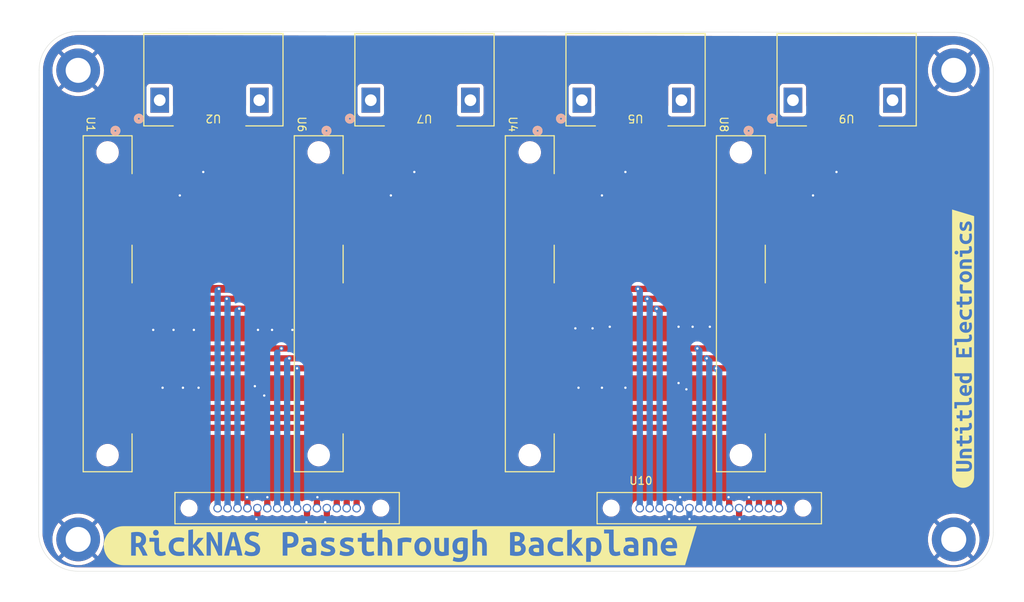
<source format=kicad_pcb>
(kicad_pcb (version 20240108) (generator "pcbnew") (generator_version "8.0")
  (layers (0 "F.Cu" signal) (31 "B.Cu" signal) (34 "B.Paste" user) (35 "F.Paste" user) (36 "B.SilkS" user "B.Silkscreen") (37 "F.SilkS" user "F.Silkscreen") (38 "B.Mask" user) (39 "F.Mask" user) (44 "Edge.Cuts" user))
  (net 0 "")
  (net 1 "+5V")
  (net 2 "+3.3V")
  (net 3 "VSS")
  (net 4 "+12V")
  (net 5 "/A+")
  (net 6 "/A-")
  (net 7 "/B-")
  (net 8 "/B+")
  (net 9 "/A1-")
  (net 10 "/A1+")
  (net 11 "/B1+")
  (net 12 "/B1-")
  (net 13 "/A2+")
  (net 14 "/B2-")
  (net 15 "/B2+")
  (net 16 "/A2-")
  (net 17 "/B3+")
  (net 18 "/B3-")
  (net 19 "/A3+")
  (net 20 "/A3-")
  (net 21 "+12P")
  (net 22 "+3.3VP")
  (net 23 "+5P")
  (footprint "UE-Connector:CONN22_877811_MOL" (layer "F.Cu") (at 148.767499 108.855025 -90)
    (property "Reference" "U4")
    (property "Value" "SATA_Combined")
  )
  (footprint "UE-Connector:CONN_67490-1220_MOL" (layer "F.Cu") (at 108.3 80.2 180)
    (property "Reference" "U2")
    (property "Value" "SATA_Data")
  )
  (footprint "kibuzzard-67B4AC38" (layer "F.Cu") (at 132.2 139.8)
    (property "Reference" "kibuzzard-67B4AC38" (hide yes))
    (property "Value" "G***" (hide yes))
  )
  (footprint "MountingHole:MountingHole_3.2mm_M3_DIN965_Pad" (layer "F.Cu") (at 91 139)
    (property "Reference" "H3" (hide yes))
    (property "Value" "MountingHole_Pad")
  )
  (footprint "UE-Connector:alim_SATA" (layer "F.Cu") (at 157.38 137)
    (property "Reference" "U10")
    (property "Value" "SATA_Power")
  )
  (footprint "UE-Connector:CONN22_877811_MOL" (layer "F.Cu") (at 94.767499 108.855025 -90)
    (property "Reference" "U1")
    (property "Value" "SATA_Combined")
  )
  (footprint "UE-Connector:CONN22_877811_MOL" (layer "F.Cu") (at 175.767499 108.855025 -90)
    (property "Reference" "U8")
    (property "Value" "SATA_Combined")
  )
  (footprint "UE-Connector:CONN_67490-1220_MOL" (layer "F.Cu") (at 135.3 80.2 180)
    (property "Reference" "U7")
    (property "Value" "SATA_Data")
  )
  (footprint "MountingHole:MountingHole_3.2mm_M3_DIN965_Pad" (layer "F.Cu") (at 203 139)
    (property "Reference" "H4" (hide yes))
    (property "Value" "MountingHole_Pad")
  )
  (footprint "UE-Connector:alim_SATA" (layer "F.Cu") (at 103.38 137)
    (property "Reference" "U3" (hide yes))
    (property "Value" "SATA_Power" (hide yes))
  )
  (footprint "UE-Connector:CONN22_877811_MOL" (layer "F.Cu") (at 121.767499 108.855025 -90)
    (property "Reference" "U6")
    (property "Value" "SATA_Combined")
  )
  (footprint "UE-Connector:CONN_67490-1220_MOL" (layer "F.Cu") (at 162.3 80.2 180)
    (property "Reference" "U5")
    (property "Value" "SATA_Data")
  )
  (footprint "MountingHole:MountingHole_3.2mm_M3_DIN965_Pad" (layer "F.Cu") (at 203 79)
    (property "Reference" "H2" (hide yes))
    (property "Value" "MountingHole_Pad")
  )
  (footprint "UE-Connector:CONN_67490-1220_MOL" (layer "F.Cu") (at 189.3 80.2 180)
    (property "Reference" "U9")
    (property "Value" "SATA_Data")
  )
  (footprint "MountingHole:MountingHole_3.2mm_M3_DIN965_Pad" (layer "F.Cu") (at 91 79)
    (property "Reference" "H1" (hide yes))
    (property "Value" "MountingHole_Pad")
  )
  (footprint "kibuzzard-67B4AC4E" (layer "F.Cu") (at 204.2 114.6 90)
    (property "Reference" "kibuzzard-67B4AC4E" (hide yes))
    (property "Value" "G***" (hide yes))
  )
  (gr_arc (start 86 79) (mid 87.464466 75.464466) (end 91 74) (stroke (width 0.05)) (layer "Edge.Cuts"))
  (gr_line (start 91 74) (end 203.064466 74.135534) (stroke (width 0.05)) (layer "Edge.Cuts"))
  (gr_line (start 85.935534 138.064466) (end 86 79) (stroke (width 0.05)) (layer "Edge.Cuts"))
  (gr_line (start 208.064466 79.135534) (end 208.064466 138.064466) (stroke (width 0.05)) (layer "Edge.Cuts"))
  (gr_line (start 203.064466 143.064466) (end 90.935534 143.064466) (stroke (width 0.05)) (layer "Edge.Cuts"))
  (gr_arc (start 90.935534 143.064466) (mid 87.4 141.6) (end 85.935534 138.064466) (stroke (width 0.05)) (layer "Edge.Cuts"))
  (gr_arc (start 208.064466 138.064466) (mid 206.6 141.6) (end 203.064466 143.064466) (stroke (width 0.05)) (layer "Edge.Cuts"))
  (gr_arc (start 203.064466 74.135534) (mid 206.6 75.6) (end 208.064466 79.135534) (stroke (width 0.05)) (layer "Edge.Cuts"))
  (segment (start 95.764699 117.110025) (end 119 117.110025) (width 0.8) (layer "F.Cu") (net 1))
  (segment (start 119 117.110025) (end 122.764699 117.110025) (width 0.8) (layer "F.Cu") (net 1))
  (segment (start 117 114.570025) (end 122.764699 114.570025) (width 0.8) (layer "F.Cu") (net 1))
  (segment (start 122.764699 117.110025) (end 122.764699 114.570025) (width 0.8) (layer "F.Cu") (net 1))
  (segment (start 95.764699 115.840025) (end 118 115.840025) (width 0.8) (layer "F.Cu") (net 1))
  (segment (start 95.764699 117.110025) (end 95.764699 114.570025) (width 1) (layer "F.Cu") (net 1))
  (segment (start 118 115.840025) (end 122.764699 115.840025) (width 0.8) (layer "F.Cu") (net 1))
  (segment (start 95.764699 114.570025) (end 117 114.570025) (width 0.8) (layer "F.Cu") (net 1))
  (via (at 118 115.840025) (size 0.6) (drill 0.3) (layers "F.Cu" "B.Cu") (net 1))
  (via (at 119 117.110025) (size 0.6) (drill 0.3) (layers "F.Cu" "B.Cu") (net 1))
  (via (at 117 114.570025) (size 0.6) (drill 0.3) (layers "F.Cu" "B.Cu") (net 1))
  (segment (start 117.73 116.110025) (end 118 115.840025) (width 0.2) (layer "B.Cu") (net 1))
  (segment (start 119 135) (end 119 117.110025) (width 0.8) (layer "B.Cu") (net 1))
  (segment (start 116.46 135) (end 116.46 115.110025) (width 0.8) (layer "B.Cu") (net 1))
  (segment (start 117.73 135) (end 117.73 116.110025) (width 0.8) (layer "B.Cu") (net 1))
  (segment (start 116.46 115.110025) (end 117 114.570025) (width 0.2) (layer "B.Cu") (net 1))
  (segment (start 95.764699 106.950014) (end 109 106.950014) (width 1) (layer "F.Cu") (net 2))
  (segment (start 95.764699 108.220025) (end 110 108.220025) (width 0.8) (layer "F.Cu") (net 2))
  (segment (start 95.764699 106.950014) (end 95.764699 109.490025) (width 1) (layer "F.Cu") (net 2))
  (segment (start 95.764699 109.490025) (end 111.6 109.490025) (width 0.8) (layer "F.Cu") (net 2))
  (segment (start 109 106.950014) (end 122.764699 106.950014) (width 1) (layer "F.Cu") (net 2))
  (segment (start 122.764699 109.490025) (end 111.6 109.490025) (width 0.8) (layer "F.Cu") (net 2))
  (segment (start 122.764699 106.950014) (end 122.764699 109.490025) (width 0.8) (layer "F.Cu") (net 2))
  (segment (start 110 108.220025) (end 122.764699 108.220025) (width 0.8) (layer "F.Cu") (net 2))
  (via (at 110 108.220025) (size 0.6) (drill 0.3) (layers "F.Cu" "B.Cu") (net 2))
  (via (at 109 106.950014) (size 0.6) (drill 0.3) (layers "F.Cu" "B.Cu") (net 2))
  (via (at 111.6 109.490025) (size 0.6) (drill 0.3) (layers "F.Cu" "B.Cu") (net 2))
  (segment (start 108.84 135) (end 108.84 107.110014) (width 0.8) (layer "B.Cu") (net 2))
  (segment (start 110.11 108.330025) (end 110 108.220025) (width 0.2) (layer "B.Cu") (net 2))
  (segment (start 110.11 135) (end 110.11 108.330025) (width 0.8) (layer "B.Cu") (net 2))
  (segment (start 111.38 109.710025) (end 111.6 109.490025) (width 0.2) (layer "B.Cu") (net 2))
  (segment (start 111.38 135) (end 111.38 109.710025) (width 0.8) (layer "B.Cu") (net 2))
  (segment (start 108.84 107.110014) (end 109 106.950014) (width 0.2) (layer "B.Cu") (net 2))
  (segment (start 104.160192 95) (end 104 95) (width 0.2) (layer "F.Cu") (net 3))
  (segment (start 107 92.160192) (end 104.160192 95) (width 0.2) (layer "F.Cu") (net 3))
  (segment (start 158.160192 95) (end 158 95) (width 0.2) (layer "F.Cu") (net 3))
  (segment (start 120.27 135) (end 120.27 136.73) (width 0.8) (layer "F.Cu") (net 3))
  (segment (start 120.27 136.73) (end 120.2 136.8) (width 0.8) (layer "F.Cu") (net 3))
  (segment (start 113.92 136.28) (end 113.8 136.4) (width 0.8) (layer "F.Cu") (net 3))
  (segment (start 112.65 133.65) (end 112.6 133.6) (width 0.8) (layer "F.Cu") (net 3))
  (segment (start 161 92.160192) (end 158.160192 95) (width 0.2) (layer "F.Cu") (net 3))
  (segment (start 122.81 136.59) (end 122.6 136.8) (width 0.8) (layer "F.Cu") (net 3))
  (segment (start 175.54 136.34) (end 175.6 136.4) (width 0.8) (layer "F.Cu") (net 3))
  (segment (start 176.81 135) (end 176.81 133.61) (width 0.8) (layer "F.Cu") (net 3))
  (segment (start 115.19 133.61) (end 115.2 133.6) (width 0.8) (layer "F.Cu") (net 3))
  (segment (start 112.65 135) (end 112.65 133.65) (width 0.8) (layer "F.Cu") (net 3))
  (segment (start 113.92 135) (end 113.92 136.28) (width 0.8) (layer "F.Cu") (net 3))
  (segment (start 121.54 133.66) (end 121.6 133.6) (width 0.8) (layer "F.Cu") (net 3))
  (segment (start 134 92) (end 134 92.160195) (width 0.2) (layer "F.Cu") (net 3))
  (segment (start 187 93.05141) (end 187 93.160192) (width 0.2) (layer "F.Cu") (net 3))
  (segment (start 107 92) (end 107 92.160192) (width 0.2) (layer "F.Cu") (net 3))
  (segment (start 175.54 135) (end 175.54 136.34) (width 0.8) (layer "F.Cu") (net 3))
  (segment (start 134 92.160195) (end 131.160195 95) (width 0.2) (layer "F.Cu") (net 3))
  (segment (start 161 92) (end 161 92.160192) (width 0.2) (layer "F.Cu") (net 3))
  (segment (start 174.27 133.67) (end 174.2 133.6) (width 0.8) (layer "F.Cu") (net 3))
  (segment (start 121.54 135) (end 121.54 133.66) (width 0.8) (layer "F.Cu") (net 3))
  (segment (start 131.160195 95) (end 131 95) (width 0.2) (layer "F.Cu") (net 3))
  (segment (start 174.27 135) (end 174.27 133.67) (width 0.8) (layer "F.Cu") (net 3))
  (segment (start 188 92) (end 187.027671 92.972329) (width 0.2) (layer "F.Cu") (net 3))
  (segment (start 187.027671 92.972329) (end 187 93.05141) (width 0.2) (layer "F.Cu") (net 3))
  (segment (start 176.81 133.61) (end 176.8 133.6) (width 0.8) (layer "F.Cu") (net 3))
  (segment (start 122.81 135) (end 122.81 136.59) (width 0.8) (layer "F.Cu") (net 3))
  (segment (start 115.19 135) (end 115.19 133.61) (width 0.8) (layer "F.Cu") (net 3))
  (segment (start 187 93.160192) (end 185.160192 95) (width 0.2) (layer "F.Cu") (net 3))
  (segment (start 185.160192 95) (end 185 95) (width 0.2) (layer "F.Cu") (net 3))
  (via (at 120.2 136.8) (size 0.6) (drill 0.3) (layers "F.Cu" "B.Cu") (net 3))
  (via (at 122.6 136.8) (size 0.6) (drill 0.3) (layers "F.Cu" "B.Cu") (net 3))
  (via (at 167.8 111.8) (size 0.6) (drill 0.3) (layers "F.Cu" "B.Cu") (net 3))
  (via (at 103.2 112.2) (size 0.6) (drill 0.3) (layers "F.Cu" "B.Cu") (net 3))
  (via (at 105.8 112.2) (size 0.6) (drill 0.3) (layers "F.Cu" "B.Cu") (net 3))
  (via (at 185 95) (size 0.6) (drill 0.3) (layers "F.Cu" "B.Cu") (net 3))
  (via (at 114 112.2) (size 0.6) (drill 0.3) (layers "F.Cu" "B.Cu") (net 3))
  (via (at 154.6 112) (size 0.6) (drill 0.3) (layers "F.Cu" "B.Cu") (net 3))
  (via (at 107 92) (size 0.6) (drill 0.3) (layers "F.Cu" "B.Cu") (net 3))
  (via (at 113.6 119.4) (size 0.6) (drill 0.3) (layers "F.Cu" "B.Cu") (net 3))
  (via (at 155 119.6) (size 0.6) (drill 0.3) (layers "F.Cu" "B.Cu") (net 3))
  (via (at 156.8 112) (size 0.6) (drill 0.3) (layers "F.Cu" "B.Cu") (net 3))
  (via (at 134 92) (size 0.6) (drill 0.3) (layers "F.Cu" "B.Cu") (net 3))
  (via (at 113.8 136.4) (size 0.6) (drill 0.3) (layers "F.Cu" "B.Cu") (net 3))
  (via (at 100.6 112.2) (size 0.6) (drill 0.3) (layers "F.Cu" "B.Cu") (net 3))
  (via (at 121.6 133.6) (size 0.6) (drill 0.3) (layers "F.Cu" "B.Cu") (net 3))
  (via (at 168.8 119.8) (size 0.6) (drill 0.3) (layers "F.Cu" "B.Cu") (net 3))
  (via (at 112.6 133.6) (size 0.6) (drill 0.3) (layers "F.Cu" "B.Cu") (net 3))
  (via (at 169.2 136.4) (size 0.6) (drill 0.3) (layers "F.Cu" "B.Cu") (net 3))
  (via (at 168 133.6) (size 0.6) (drill 0.3) (layers "F.Cu" "B.Cu") (net 3))
  (via (at 106.4 119.6) (size 0.6) (drill 0.3) (layers "F.Cu" "B.Cu") (net 3))
  (via (at 115.8 112.2) (size 0.6) (drill 0.3) (layers "F.Cu" "B.Cu") (net 3))
  (via (at 169.6 111.8) (size 0.6) (drill 0.3) (layers "F.Cu" "B.Cu") (net 3))
  (via (at 101.8 119.6) (size 0.6) (drill 0.3) (layers "F.Cu" "B.Cu") (net 3))
  (via (at 171.8 111.8) (size 0.6) (drill 0.3) (layers "F.Cu" "B.Cu") (net 3))
  (via (at 104 95) (size 0.6) (drill 0.3) (layers "F.Cu" "B.Cu") (net 3))
  (via (at 175.6 136.4) (size 0.6) (drill 0.3) (layers "F.Cu" "B.Cu") (net 3))
  (via (at 161 92) (size 0.6) (drill 0.3) (layers "F.Cu" "B.Cu") (net 3))
  (via (at 174.2 133.6) (size 0.6) (drill 0.3) (layers "F.Cu" "B.Cu") (net 3))
  (via (at 104.4 119.6) (size 0.6) (drill 0.3) (layers "F.Cu" "B.Cu") (net 3))
  (via (at 114.8 120.6) (size 0.6) (drill 0.3) (layers "F.Cu" "B.Cu") (net 3))
  (via (at 176.8 133.6) (size 0.6) (drill 0.3) (layers "F.Cu" "B.Cu") (net 3))
  (via (at 159 111.8) (size 0.6) (drill 0.3) (layers "F.Cu" "B.Cu") (net 3))
  (via (at 118.4 112.2) (size 0.6) (drill 0.3) (layers "F.Cu" "B.Cu") (net 3))
  (via (at 158 119.6) (size 0.6) (drill 0.3) (layers "F.Cu" "B.Cu") (net 3))
  (via (at 166.6 136.4) (size 0.6) (drill 0.3) (layers "F.Cu" "B.Cu") (net 3))
  (via (at 115.2 133.6) (size 0.6) (drill 0.3) (layers "F.Cu" "B.Cu") (net 3))
  (via (at 161 119.6) (size 0.6) (drill 0.3) (layers "F.Cu" "B.Cu") (net 3))
  (via (at 158 95) (size 0.6) (drill 0.3) (layers "F.Cu" "B.Cu") (net 3))
  (via (at 188 92) (size 0.6) (drill 0.3) (layers "F.Cu" "B.Cu") (net 3))
  (via (at 131 95) (size 0.6) (drill 0.3) (layers "F.Cu" "B.Cu") (net 3))
  (via (at 167.8 119) (size 0.6) (drill 0.3) (layers "F.Cu" "B.Cu") (net 3))
  (segment (start 169.19 136.39) (end 169.2 136.4) (width 0.8) (layer "B.Cu") (net 3))
  (segment (start 169.19 135) (end 169.19 136.39) (width 0.8) (layer "B.Cu") (net 3))
  (segment (start 167.92 133.68) (end 168 133.6) (width 0.8) (layer "B.Cu") (net 3))
  (segment (start 167.92 135) (end 167.92 133.68) (width 0.8) (layer "B.Cu") (net 3))
  (segment (start 166.65 136.35) (end 166.6 136.4) (width 0.8) (layer "B.Cu") (net 3))
  (segment (start 166.65 135) (end 166.65 136.35) (width 0.8) (layer "B.Cu") (net 3))
  (segment (start 124.08 126.045326) (end 122.764699 124.730025) (width 0.8) (layer "F.Cu") (net 4))
  (segment (start 126.62 135) (end 126.62 123.62) (width 0.8) (layer "F.Cu") (net 4))
  (segment (start 95.764699 123.460025) (end 122.764699 123.460025) (width 0.8) (layer "F.Cu") (net 4))
  (segment (start 95.764699 124.730025) (end 122.764699 124.730025) (width 0.8) (layer "F.Cu") (net 4))
  (segment (start 125.190025 122.190025) (end 122.764699 122.190025) (width 0.8) (layer "F.Cu") (net 4))
  (segment (start 95.764699 122.190025) (end 95.764699 124.730025) (width 1) (layer "F.Cu") (net 4))
  (segment (start 124.08 135) (end 124.08 126.045326) (width 0.8) (layer "F.Cu") (net 4))
  (segment (start 122.764699 122.190025) (end 122.764699 124.730025) (width 0.8) (layer "F.Cu") (net 4))
  (segment (start 124.810025 123.460025) (end 122.764699 123.460025) (width 0.8) (layer "F.Cu") (net 4))
  (segment (start 95.764699 122.190025) (end 122.764699 122.190025) (width 0.8) (layer "F.Cu") (net 4))
  (segment (start 125.35 135) (end 125.35 124) (width 0.8) (layer "F.Cu") (net 4))
  (segment (start 125.35 124) (end 124.810025 123.460025) (width 0.8) (layer "F.Cu") (net 4))
  (segment (start 126.62 123.62) (end 125.190025 122.190025) (width 0.8) (layer "F.Cu") (net 4))
  (segment (start 101.411399 94.634975) (end 100.527792 94.634975) (width 0.2969) (layer "F.Cu") (net 5))
  (segment (start 102.786325 93.260049) (end 101.411399 94.634975) (width 0.2969) (layer "F.Cu") (net 5))
  (segment (start 105.644951 87.2208) (end 105.260001 86.83585) (width 0.2969) (layer "F.Cu") (net 5))
  (segment (start 105.260001 86.83585) (end 105.260001 85.178499) (width 0.2969) (layer "F.Cu") (net 5))
  (segment (start 102.786327 93.047876) (end 102.468207 92.729756) (width 0.2969) (layer "F.Cu") (net 5))
  (segment (start 100.287792 94.394975) (end 100.287792 94.254699) (width 0.2969) (layer "F.Cu") (net 5))
  (segment (start 104.943295 92.870918) (end 105.084746 92.729466) (width 0.2969) (layer "F.Cu") (net 5))
  (segment (start 102.786325 93.260049) (end 102.786326 93.26005) (width 0.2969) (layer "F.Cu") (net 5))
  (segment (start 98.83175 94.250025) (end 95.764699 94.250025) (width 0.2969) (layer "F.Cu") (net 5))
  (segment (start 99.327792 94.634975) (end 99.2167 94.634975) (width 0.2969) (layer "F.Cu") (net 5))
  (segment (start 99.687792 94.254699) (end 99.687792 94.394975) (width 0.2969) (layer "F.Cu") (net 5))
  (segment (start 99.447792 94.634975) (end 99.327792 94.634975) (width 0.2969) (layer "F.Cu") (net 5))
  (segment (start 103.847204 91.987001) (end 104.130104 92.269901) (width 0.2969) (layer "F.Cu") (net 5))
  (segment (start 104.413001 92.552797) (end 104.731122 92.870918) (width 0.2969) (layer "F.Cu") (net 5))
  (segment (start 104.908076 91.138298) (end 105.644951 90.401423) (width 0.2969) (layer "F.Cu") (net 5))
  (segment (start 105.084746 92.517293) (end 104.766625 92.199172) (width 0.2969) (layer "F.Cu") (net 5))
  (segment (start 103.529083 91.66888) (end 103.847204 91.987001) (width 0.2969) (layer "F.Cu") (net 5))
  (segment (start 102.468206 91.810332) (end 102.609659 91.66888) (width 0.2969) (layer "F.Cu") (net 5))
  (segment (start 104.130101 92.269898) (end 104.236188 92.375984) (width 0.2969) (layer "F.Cu") (net 5))
  (segment (start 104.130104 92.269901) (end 104.130101 92.269898) (width 0.2969) (layer "F.Cu") (net 5))
  (segment (start 104.766625 91.279747) (end 104.908076 91.138298) (width 0.2969) (layer "F.Cu") (net 5))
  (segment (start 105.644951 90.401423) (end 105.644951 87.2208) (width 0.2969) (layer "F.Cu") (net 5))
  (segment (start 100.047792 94.014699) (end 99.927792 94.014699) (width 0.2969) (layer "F.Cu") (net 5))
  (segment (start 99.2167 94.634975) (end 98.83175 94.250025) (width 0.2969) (layer "F.Cu") (net 5))
  (segment (start 104.236188 92.375984) (end 104.413001 92.552797) (width 0.2969) (layer "F.Cu") (net 5))
  (arc (start 104.766625 92.199172) (mid 104.576205 91.73946) (end 104.766625 91.279747) (width 0.2969) (layer "F.Cu") (net 5))
  (arc (start 102.786326 93.26005) (mid 102.830268 93.153964) (end 102.786327 93.047876) (width 0.2969) (layer "F.Cu") (net 5))
  (arc (start 102.468207 92.729756) (mid 102.277788 92.270043) (end 102.468206 91.810332) (width 0.2969) (layer "F.Cu") (net 5))
  (arc (start 99.687792 94.394975) (mid 99.617498 94.564681) (end 99.447792 94.634975) (width 0.2969) (layer "F.Cu") (net 5))
  (arc (start 105.084746 92.729466) (mid 105.128689 92.623379) (end 105.084746 92.517293) (width 0.2969) (layer "F.Cu") (net 5))
  (arc (start 104.731122 92.870918) (mid 104.837209 92.91486) (end 104.943295 92.870918) (width 0.2969) (layer "F.Cu") (net 5))
  (arc (start 100.527792 94.634975) (mid 100.358086 94.564681) (end 100.287792 94.394975) (width 0.2969) (layer "F.Cu") (net 5))
  (arc (start 100.287792 94.254699) (mid 100.217498 94.084993) (end 100.047792 94.014699) (width 0.2969) (layer "F.Cu") (net 5))
  (arc (start 99.927792 94.014699) (mid 99.758086 94.084993) (end 99.687792 94.254699) (width 0.2969) (layer "F.Cu") (net 5))
  (arc (start 102.609659 91.66888) (mid 103.06937 91.478462) (end 103.529083 91.66888) (width 0.2969) (layer "F.Cu") (net 5))
  (segment (start 98.83175 95.520025) (end 99.2167 95.135075) (width 0.2969) (layer "F.Cu") (net 6))
  (segment (start 105.29692 93.224544) (end 105.438371 93.083092) (width 0.2969) (layer "F.Cu") (net 6))
  (segment (start 106.145051 87.2208) (end 106.530001 86.83585) (width 0.2969) (layer "F.Cu") (net 6))
  (segment (start 106.145051 90.608575) (end 106.145051 87.2208) (width 0.2969) (layer "F.Cu") (net 6))
  (segment (start 101.618551 95.135075) (end 103.139951 93.613675) (width 0.2969) (layer "F.Cu") (net 6))
  (segment (start 105.12025 91.633373) (end 105.261701 91.491923) (width 0.2969) (layer "F.Cu") (net 6))
  (segment (start 103.175456 92.022506) (end 103.493577 92.340627) (width 0.2969) (layer "F.Cu") (net 6))
  (segment (start 103.139951 92.694251) (end 102.821831 92.376131) (width 0.2969) (layer "F.Cu") (net 6))
  (segment (start 103.882562 92.72961) (end 104.059375 92.906423) (width 0.2969) (layer "F.Cu") (net 6))
  (segment (start 99.2167 95.135075) (end 101.618551 95.135075) (width 0.2969) (layer "F.Cu") (net 6))
  (segment (start 95.764699 95.520025) (end 98.83175 95.520025) (width 0.2969) (layer "F.Cu") (net 6))
  (segment (start 103.493577 92.340627) (end 103.776477 92.623527) (width 0.2969) (layer "F.Cu") (net 6))
  (segment (start 105.438371 92.163668) (end 105.12025 91.845547) (width 0.2969) (layer "F.Cu") (net 6))
  (segment (start 103.776477 92.623527) (end 103.776476 92.623523) (width 0.2969) (layer "F.Cu") (net 6))
  (segment (start 105.261701 91.491923) (end 106.145051 90.608575) (width 0.2969) (layer "F.Cu") (net 6))
  (segment (start 104.059375 92.906423) (end 104.377496 93.224544) (width 0.2969) (layer "F.Cu") (net 6))
  (segment (start 106.530001 86.83585) (end 106.530001 85.178499) (width 0.2969) (layer "F.Cu") (net 6))
  (segment (start 103.776476 92.623523) (end 103.882562 92.72961) (width 0.2969) (layer "F.Cu") (net 6))
  (segment (start 102.821831 92.163957) (end 102.963284 92.022505) (width 0.2969) (layer "F.Cu") (net 6))
  (arc (start 105.12025 91.845547) (mid 105.076307 91.73946) (end 105.12025 91.633373) (width 0.2969) (layer "F.Cu") (net 6))
  (arc (start 103.139951 93.613675) (mid 103.330371 93.153962) (end 103.139951 92.694251) (width 0.2969) (layer "F.Cu") (net 6))
  (arc (start 105.438371 93.083092) (mid 105.62879 92.62338) (end 105.438371 92.163668) (width 0.2969) (layer "F.Cu") (net 6))
  (arc (start 102.963284 92.022505) (mid 103.069371 91.978562) (end 103.175456 92.022506) (width 0.2969) (layer "F.Cu") (net 6))
  (arc (start 102.821831 92.376131) (mid 102.777888 92.270044) (end 102.821831 92.163957) (width 0.2969) (layer "F.Cu") (net 6))
  (arc (start 104.377496 93.224544) (mid 104.837208 93.414963) (end 105.29692 93.224544) (width 0.2969) (layer "F.Cu") (net 6))
  (segment (start 109.074653 89.760992) (end 109.214951 89.760992) (width 0.2969) (layer "F.Cu") (net 7))
  (segment (start 109.454951 90.000992) (end 109.454951 90.120992) (width 0.2969) (layer "F.Cu") (net 7))
  (segment (start 109.070001 86.83585) (end 109.454951 87.2208) (width 0.2969) (layer "F.Cu") (net 7))
  (segment (start 99.2167 98.444975) (end 98.83175 98.060025) (width 0.2969) (layer "F.Cu") (net 7))
  (segment (start 109.070001 85.178499) (end 109.070001 86.83585) (width 0.2969) (layer "F.Cu") (net 7))
  (segment (start 108.834653 89.400992) (end 108.834653 89.520992) (width 0.2969) (layer "F.Cu") (net 7))
  (segment (start 109.454951 87.2208) (end 109.454951 88.920992) (width 0.2969) (layer "F.Cu") (net 7))
  (segment (start 102.101399 98.444975) (end 99.2167 98.444975) (width 0.2969) (layer "F.Cu") (net 7))
  (segment (start 98.83175 98.060025) (end 95.764699 98.060025) (width 0.2969) (layer "F.Cu") (net 7))
  (segment (start 109.214951 89.160992) (end 109.074653 89.160992) (width 0.2969) (layer "F.Cu") (net 7))
  (segment (start 109.454951 90.120992) (end 109.454951 91.091423) (width 0.2969) (layer "F.Cu") (net 7))
  (segment (start 109.454951 91.091423) (end 106.620914 93.92546) (width 0.2969) (layer "F.Cu") (net 7))
  (segment (start 106.620914 93.92546) (end 102.101399 98.444975) (width 0.2969) (layer "F.Cu") (net 7))
  (arc (start 109.214951 89.760992) (mid 109.384657 89.831286) (end 109.454951 90.000992) (width 0.2969) (layer "F.Cu") (net 7))
  (arc (start 108.834653 89.520992) (mid 108.904947 89.690698) (end 109.074653 89.760992) (width 0.2969) (layer "F.Cu") (net 7))
  (arc (start 109.454951 88.920992) (mid 109.384657 89.090698) (end 109.214951 89.160992) (width 0.2969) (layer "F.Cu") (net 7))
  (arc (start 109.074653 89.160992) (mid 108.904947 89.231286) (end 108.834653 89.400992) (width 0.2969) (layer "F.Cu") (net 7))
  (segment (start 109.955051 91.298575) (end 109.955051 87.2208) (width 0.2969) (layer "F.Cu") (net 8))
  (segment (start 98.83175 99.330025) (end 99.2167 98.945075) (width 0.2969) (layer "F.Cu") (net 8))
  (segment (start 109.955051 87.2208) (end 110.340001 86.83585) (width 0.2969) (layer "F.Cu") (net 8))
  (segment (start 95.764699 99.330025) (end 98.83175 99.330025) (width 0.2969) (layer "F.Cu") (net 8))
  (segment (start 110.340001 86.83585) (end 110.340001 85.178499) (width 0.2969) (layer "F.Cu") (net 8))
  (segment (start 99.2167 98.945075) (end 102.308551 98.945075) (width 0.2969) (layer "F.Cu") (net 8))
  (segment (start 102.308551 98.945075) (end 109.955051 91.298575) (width 0.2969) (layer "F.Cu") (net 8))
  (segment (start 152.83175 95.520025) (end 153.2167 95.135075) (width 0.2969) (layer "F.Cu") (net 9))
  (segment (start 159.438371 92.163668) (end 159.12025 91.845547) (width 0.2969) (layer "F.Cu") (net 9))
  (segment (start 160.145051 87.2208) (end 160.530001 86.83585) (width 0.2969) (layer "F.Cu") (net 9))
  (segment (start 157.175456 92.022506) (end 157.493577 92.340627) (width 0.2969) (layer "F.Cu") (net 9))
  (segment (start 160.530001 86.83585) (end 160.530001 85.178499) (width 0.2969) (layer "F.Cu") (net 9))
  (segment (start 158.059375 92.906423) (end 158.377496 93.224544) (width 0.2969) (layer "F.Cu") (net 9))
  (segment (start 153.2167 95.135075) (end 155.618551 95.135075) (width 0.2969) (layer "F.Cu") (net 9))
  (segment (start 157.882562 92.72961) (end 158.059375 92.906423) (width 0.2969) (layer "F.Cu") (net 9))
  (segment (start 159.261701 91.491923) (end 160.145051 90.608575) (width 0.2969) (layer "F.Cu") (net 9))
  (segment (start 157.139951 92.694251) (end 156.821831 92.376131) (width 0.2969) (layer "F.Cu") (net 9))
  (segment (start 159.12025 91.633373) (end 159.261701 91.491923) (width 0.2969) (layer "F.Cu") (net 9))
  (segment (start 160.145051 90.608575) (end 160.145051 87.2208) (width 0.2969) (layer "F.Cu") (net 9))
  (segment (start 159.29692 93.224544) (end 159.438371 93.083092) (width 0.2969) (layer "F.Cu") (net 9))
  (segment (start 157.776476 92.623523) (end 157.882562 92.72961) (width 0.2969) (layer "F.Cu") (net 9))
  (segment (start 157.493577 92.340627) (end 157.776477 92.623527) (width 0.2969) (layer "F.Cu") (net 9))
  (segment (start 149.764699 95.520025) (end 152.83175 95.520025) (width 0.2969) (layer "F.Cu") (net 9))
  (segment (start 155.618551 95.135075) (end 157.139951 93.613675) (width 0.2969) (layer "F.Cu") (net 9))
  (segment (start 157.776477 92.623527) (end 157.776476 92.623523) (width 0.2969) (layer "F.Cu") (net 9))
  (segment (start 156.821831 92.163957) (end 156.963284 92.022505) (width 0.2969) (layer "F.Cu") (net 9))
  (arc (start 157.139951 93.613675) (mid 157.330371 93.153962) (end 157.139951 92.694251) (width 0.2969) (layer "F.Cu") (net 9))
  (arc (start 159.12025 91.845547) (mid 159.076307 91.73946) (end 159.12025 91.633373) (width 0.2969) (layer "F.Cu") (net 9))
  (arc (start 158.377496 93.224544) (mid 158.837208 93.414963) (end 159.29692 93.224544) (width 0.2969) (layer "F.Cu") (net 9))
  (arc (start 156.821831 92.376131) (mid 156.777888 92.270044) (end 156.821831 92.163957) (width 0.2969) (layer "F.Cu") (net 9))
  (arc (start 159.438371 93.083092) (mid 159.62879 92.62338) (end 159.438371 92.163668) (width 0.2969) (layer "F.Cu") (net 9))
  (arc (start 156.963284 92.022505) (mid 157.069371 91.978562) (end 157.175456 92.022506) (width 0.2969) (layer "F.Cu") (net 9))
  (segment (start 152.83175 94.250025) (end 149.764699 94.250025) (width 0.2969) (layer "F.Cu") (net 10))
  (segment (start 158.236188 92.375984) (end 158.413001 92.552797) (width 0.2969) (layer "F.Cu") (net 10))
  (segment (start 156.786327 93.047876) (end 156.468207 92.729756) (width 0.2969) (layer "F.Cu") (net 10))
  (segment (start 153.687792 94.254699) (end 153.687792 94.394975) (width 0.2969) (layer "F.Cu") (net 10))
  (segment (start 153.2167 94.634975) (end 152.83175 94.250025) (width 0.2969) (layer "F.Cu") (net 10))
  (segment (start 154.287792 94.394975) (end 154.287792 94.254699) (width 0.2969) (layer "F.Cu") (net 10))
  (segment (start 159.260001 86.83585) (end 159.260001 85.178499) (width 0.2969) (layer "F.Cu") (net 10))
  (segment (start 158.943295 92.870918) (end 159.084746 92.729466) (width 0.2969) (layer "F.Cu") (net 10))
  (segment (start 159.084746 92.517293) (end 158.766625 92.199172) (width 0.2969) (layer "F.Cu") (net 10))
  (segment (start 158.413001 92.552797) (end 158.731122 92.870918) (width 0.2969) (layer "F.Cu") (net 10))
  (segment (start 158.130104 92.269901) (end 158.130101 92.269898) (width 0.2969) (layer "F.Cu") (net 10))
  (segment (start 156.468206 91.810332) (end 156.609659 91.66888) (width 0.2969) (layer "F.Cu") (net 10))
  (segment (start 155.411399 94.634975) (end 154.527792 94.634975) (width 0.2969) (layer "F.Cu") (net 10))
  (segment (start 153.327792 94.634975) (end 153.2167 94.634975) (width 0.2969) (layer "F.Cu") (net 10))
  (segment (start 157.529083 91.66888) (end 157.847204 91.987001) (width 0.2969) (layer "F.Cu") (net 10))
  (segment (start 159.644951 90.401423) (end 159.644951 87.2208) (width 0.2969) (layer "F.Cu") (net 10))
  (segment (start 154.047792 94.014699) (end 153.927792 94.014699) (width 0.2969) (layer "F.Cu") (net 10))
  (segment (start 156.786325 93.260049) (end 156.786326 93.26005) (width 0.2969) (layer "F.Cu") (net 10))
  (segment (start 156.786325 93.260049) (end 155.411399 94.634975) (width 0.2969) (layer "F.Cu") (net 10))
  (segment (start 158.130101 92.269898) (end 158.236188 92.375984) (width 0.2969) (layer "F.Cu") (net 10))
  (segment (start 158.766625 91.279747) (end 158.908076 91.138298) (width 0.2969) (layer "F.Cu") (net 10))
  (segment (start 159.644951 87.2208) (end 159.260001 86.83585) (width 0.2969) (layer "F.Cu") (net 10))
  (segment (start 153.447792 94.634975) (end 153.327792 94.634975) (width 0.2969) (layer "F.Cu") (net 10))
  (segment (start 158.908076 91.138298) (end 159.644951 90.401423) (width 0.2969) (layer "F.Cu") (net 10))
  (segment (start 157.847204 91.987001) (end 158.130104 92.269901) (width 0.2969) (layer "F.Cu") (net 10))
  (arc (start 153.927792 94.014699) (mid 153.758086 94.084993) (end 153.687792 94.254699) (width 0.2969) (layer "F.Cu") (net 10))
  (arc (start 153.687792 94.394975) (mid 153.617498 94.564681) (end 153.447792 94.634975) (width 0.2969) (layer "F.Cu") (net 10))
  (arc (start 158.766625 92.199172) (mid 158.576205 91.73946) (end 158.766625 91.279747) (width 0.2969) (layer "F.Cu") (net 10))
  (arc (start 156.609659 91.66888) (mid 157.06937 91.478462) (end 157.529083 91.66888) (width 0.2969) (layer "F.Cu") (net 10))
  (arc (start 158.731122 92.870918) (mid 158.837209 92.91486) (end 158.943295 92.870918) (width 0.2969) (layer "F.Cu") (net 10))
  (arc (start 156.786326 93.26005) (mid 156.830268 93.153964) (end 156.786327 93.047876) (width 0.2969) (layer "F.Cu") (net 10))
  (arc (start 156.468207 92.729756) (mid 156.277788 92.270043) (end 156.468206 91.810332) (width 0.2969) (layer "F.Cu") (net 10))
  (arc (start 154.287792 94.254699) (mid 154.217498 94.084993) (end 154.047792 94.014699) (width 0.2969) (layer "F.Cu") (net 10))
  (arc (start 154.527792 94.634975) (mid 154.358086 94.564681) (end 154.287792 94.394975) (width 0.2969) (layer "F.Cu") (net 10))
  (arc (start 159.084746 92.729466) (mid 159.128689 92.623379) (end 159.084746 92.517293) (width 0.2969) (layer "F.Cu") (net 10))
  (segment (start 149.764699 99.330025) (end 152.83175 99.330025) (width 0.2969) (layer "F.Cu") (net 11))
  (segment (start 156.308551 98.945075) (end 163.955051 91.298575) (width 0.2969) (layer "F.Cu") (net 11))
  (segment (start 152.83175 99.330025) (end 153.2167 98.945075) (width 0.2969) (layer "F.Cu") (net 11))
  (segment (start 153.2167 98.945075) (end 156.308551 98.945075) (width 0.2969) (layer "F.Cu") (net 11))
  (segment (start 163.955051 91.298575) (end 163.955051 87.2208) (width 0.2969) (layer "F.Cu") (net 11))
  (segment (start 164.340001 86.83585) (end 164.340001 85.178499) (width 0.2969) (layer "F.Cu") (net 11))
  (segment (start 163.955051 87.2208) (end 164.340001 86.83585) (width 0.2969) (layer "F.Cu") (net 11))
  (segment (start 156.101399 98.444975) (end 153.2167 98.444975) (width 0.2969) (layer "F.Cu") (net 12))
  (segment (start 163.454951 91.091423) (end 160.620914 93.92546) (width 0.2969) (layer "F.Cu") (net 12))
  (segment (start 163.454951 87.2208) (end 163.454951 88.920992) (width 0.2969) (layer "F.Cu") (net 12))
  (segment (start 162.834653 89.400992) (end 162.834653 89.520992) (width 0.2969) (layer "F.Cu") (net 12))
  (segment (start 153.2167 98.444975) (end 152.83175 98.060025) (width 0.2969) (layer "F.Cu") (net 12))
  (segment (start 163.454951 90.120992) (end 163.454951 91.091423) (width 0.2969) (layer "F.Cu") (net 12))
  (segment (start 163.074653 89.760992) (end 163.214951 89.760992) (width 0.2969) (layer "F.Cu") (net 12))
  (segment (start 163.454951 90.000992) (end 163.454951 90.120992) (width 0.2969) (layer "F.Cu") (net 12))
  (segment (start 152.83175 98.060025) (end 149.764699 98.060025) (width 0.2969) (layer "F.Cu") (net 12))
  (segment (start 163.070001 86.83585) (end 163.454951 87.2208) (width 0.2969) (layer "F.Cu") (net 12))
  (segment (start 163.214951 89.160992) (end 163.074653 89.160992) (width 0.2969) (layer "F.Cu") (net 12))
  (segment (start 163.070001 85.178499) (end 163.070001 86.83585) (width 0.2969) (layer "F.Cu") (net 12))
  (segment (start 160.620914 93.92546) (end 156.101399 98.444975) (width 0.2969) (layer "F.Cu") (net 12))
  (arc (start 163.454951 88.920992) (mid 163.384657 89.090698) (end 163.214951 89.160992) (width 0.2969) (layer "F.Cu") (net 12))
  (arc (start 163.074653 89.160992) (mid 162.904947 89.231286) (end 162.834653 89.400992) (width 0.2969) (layer "F.Cu") (net 12))
  (arc (start 162.834653 89.520992) (mid 162.904947 89.690698) (end 163.074653 89.760992) (width 0.2969) (layer "F.Cu") (net 12))
  (arc (start 163.214951 89.760992) (mid 163.384657 89.831286) (end 163.454951 90.000992) (width 0.2969) (layer "F.Cu") (net 12))
  (segment (start 129.786325 93.260049) (end 129.786326 93.26005) (width 0.2969) (layer "F.Cu") (net 13))
  (segment (start 131.766625 91.279747) (end 131.908076 91.138298) (width 0.2969) (layer "F.Cu") (net 13))
  (segment (start 126.447792 94.634975) (end 126.327792 94.634975) (width 0.2969) (layer "F.Cu") (net 13))
  (segment (start 129.786325 93.260049) (end 128.411399 94.634975) (width 0.2969) (layer "F.Cu") (net 13))
  (segment (start 126.327792 94.634975) (end 126.2167 94.634975) (width 0.2969) (layer "F.Cu") (net 13))
  (segment (start 132.644951 90.401423) (end 132.644951 87.2208) (width 0.2969) (layer "F.Cu") (net 13))
  (segment (start 132.260001 86.83585) (end 132.260001 85.178499) (width 0.2969) (layer "F.Cu") (net 13))
  (segment (start 132.084746 92.517293) (end 131.766625 92.199172) (width 0.2969) (layer "F.Cu") (net 13))
  (segment (start 131.908076 91.138298) (end 132.644951 90.401423) (width 0.2969) (layer "F.Cu") (net 13))
  (segment (start 131.413001 92.552797) (end 131.731122 92.870918) (width 0.2969) (layer "F.Cu") (net 13))
  (segment (start 126.2167 94.634975) (end 125.83175 94.250025) (width 0.2969) (layer "F.Cu") (net 13))
  (segment (start 131.236188 92.375984) (end 131.413001 92.552797) (width 0.2969) (layer "F.Cu") (net 13))
  (segment (start 131.943295 92.870918) (end 132.084746 92.729466) (width 0.2969) (layer "F.Cu") (net 13))
  (segment (start 129.468206 91.810332) (end 129.609659 91.66888) (width 0.2969) (layer "F.Cu") (net 13))
  (segment (start 132.644951 87.2208) (end 132.260001 86.83585) (width 0.2969) (layer "F.Cu") (net 13))
  (segment (start 127.047792 94.014699) (end 126.927792 94.014699) (width 0.2969) (layer "F.Cu") (net 13))
  (segment (start 129.786327 93.047876) (end 129.468207 92.729756) (width 0.2969) (layer "F.Cu") (net 13))
  (segment (start 125.83175 94.250025) (end 122.764699 94.250025) (width 0.2969) (layer "F.Cu") (net 13))
  (segment (start 131.130104 92.269901) (end 131.130101 92.269898) (width 0.2969) (layer "F.Cu") (net 13))
  (segment (start 127.287792 94.394975) (end 127.287792 94.254699) (width 0.2969) (layer "F.Cu") (net 13))
  (segment (start 126.687792 94.254699) (end 126.687792 94.394975) (width 0.2969) (layer "F.Cu") (net 13))
  (segment (start 128.411399 94.634975) (end 127.527792 94.634975) (width 0.2969) (layer "F.Cu") (net 13))
  (segment (start 130.529083 91.66888) (end 130.847204 91.987001) (width 0.2969) (layer "F.Cu") (net 13))
  (segment (start 131.130101 92.269898) (end 131.236188 92.375984) (width 0.2969) (layer "F.Cu") (net 13))
  (segment (start 130.847204 91.987001) (end 131.130104 92.269901) (width 0.2969) (layer "F.Cu") (net 13))
  (arc (start 129.609659 91.66888) (mid 130.06937 91.478462) (end 130.529083 91.66888) (width 0.2969) (layer "F.Cu") (net 13))
  (arc (start 129.468207 92.729756) (mid 129.277788 92.270043) (end 129.468206 91.810332) (width 0.2969) (layer "F.Cu") (net 13))
  (arc (start 132.084746 92.729466) (mid 132.128689 92.623379) (end 132.084746 92.517293) (width 0.2969) (layer "F.Cu") (net 13))
  (arc (start 131.766625 92.199172) (mid 131.576205 91.73946) (end 131.766625 91.279747) (width 0.2969) (layer "F.Cu") (net 13))
  (arc (start 127.287792 94.254699) (mid 127.217498 94.084993) (end 127.047792 94.014699) (width 0.2969) (layer "F.Cu") (net 13))
  (arc (start 127.527792 94.634975) (mid 127.358086 94.564681) (end 127.287792 94.394975) (width 0.2969) (layer "F.Cu") (net 13))
  (arc (start 131.731122 92.870918) (mid 131.837209 92.91486) (end 131.943295 92.870918) (width 0.2969) (layer "F.Cu") (net 13))
  (arc (start 126.687792 94.394975) (mid 126.617498 94.564681) (end 126.447792 94.634975) (width 0.2969) (layer "F.Cu") (net 13))
  (arc (start 129.786326 93.26005) (mid 129.830268 93.153964) (end 129.786327 93.047876) (width 0.2969) (layer "F.Cu") (net 13))
  (arc (start 126.927792 94.014699) (mid 126.758086 94.084993) (end 126.687792 94.254699) (width 0.2969) (layer "F.Cu") (net 13))
  (segment (start 136.070001 86.83585) (end 136.454951 87.2208) (width 0.2969) (layer "F.Cu") (net 14))
  (segment (start 129.101399 98.444975) (end 126.2167 98.444975) (width 0.2969) (layer "F.Cu") (net 14))
  (segment (start 136.454951 90.120992) (end 136.454951 91.091423) (width 0.2969) (layer "F.Cu") (net 14))
  (segment (start 136.454951 87.2208) (end 136.454951 88.920992) (width 0.2969) (layer "F.Cu") (net 14))
  (segment (start 135.834653 89.400992) (end 135.834653 89.520992) (width 0.2969) (layer "F.Cu") (net 14))
  (segment (start 133.620914 93.92546) (end 129.101399 98.444975) (width 0.2969) (layer "F.Cu") (net 14))
  (segment (start 125.83175 98.060025) (end 122.764699 98.060025) (width 0.2969) (layer "F.Cu") (net 14))
  (segment (start 136.070001 85.178499) (end 136.070001 86.83585) (width 0.2969) (layer "F.Cu") (net 14))
  (segment (start 126.2167 98.444975) (end 125.83175 98.060025) (width 0.2969) (layer "F.Cu") (net 14))
  (segment (start 136.454951 91.091423) (end 133.620914 93.92546) (width 0.2969) (layer "F.Cu") (net 14))
  (segment (start 136.074653 89.760992) (end 136.214951 89.760992) (width 0.2969) (layer "F.Cu") (net 14))
  (segment (start 136.214951 89.160992) (end 136.074653 89.160992) (width 0.2969) (layer "F.Cu") (net 14))
  (segment (start 136.454951 90.000992) (end 136.454951 90.120992) (width 0.2969) (layer "F.Cu") (net 14))
  (arc (start 135.834653 89.520992) (mid 135.904947 89.690698) (end 136.074653 89.760992) (width 0.2969) (layer "F.Cu") (net 14))
  (arc (start 136.214951 89.760992) (mid 136.384657 89.831286) (end 136.454951 90.000992) (width 0.2969) (layer "F.Cu") (net 14))
  (arc (start 136.074653 89.160992) (mid 135.904947 89.231286) (end 135.834653 89.400992) (width 0.2969) (layer "F.Cu") (net 14))
  (arc (start 136.454951 88.920992) (mid 136.384657 89.090698) (end 136.214951 89.160992) (width 0.2969) (layer "F.Cu") (net 14))
  (segment (start 136.955051 91.298575) (end 136.955051 87.2208) (width 0.2969) (layer "F.Cu") (net 15))
  (segment (start 125.83175 99.330025) (end 126.2167 98.945075) (width 0.2969) (layer "F.Cu") (net 15))
  (segment (start 129.308551 98.945075) (end 136.955051 91.298575) (width 0.2969) (layer "F.Cu") (net 15))
  (segment (start 122.764699 99.330025) (end 125.83175 99.330025) (width 0.2969) (layer "F.Cu") (net 15))
  (segment (start 137.340001 86.83585) (end 137.340001 85.178499) (width 0.2969) (layer "F.Cu") (net 15))
  (segment (start 126.2167 98.945075) (end 129.308551 98.945075) (width 0.2969) (layer "F.Cu") (net 15))
  (segment (start 136.955051 87.2208) (end 137.340001 86.83585) (width 0.2969) (layer "F.Cu") (net 15))
  (segment (start 129.821831 92.163957) (end 129.963284 92.022505) (width 0.2969) (layer "F.Cu") (net 16))
  (segment (start 132.261701 91.491923) (end 133.145051 90.608575) (width 0.2969) (layer "F.Cu") (net 16))
  (segment (start 131.059375 92.906423) (end 131.377496 93.224544) (width 0.2969) (layer "F.Cu") (net 16))
  (segment (start 132.29692 93.224544) (end 132.438371 93.083092) (width 0.2969) (layer "F.Cu") (net 16))
  (segment (start 130.139951 92.694251) (end 129.821831 92.376131) (width 0.2969) (layer "F.Cu") (net 16))
  (segment (start 130.776476 92.623523) (end 130.882562 92.72961) (width 0.2969) (layer "F.Cu") (net 16))
  (segment (start 125.83175 95.520025) (end 126.2167 95.135075) (width 0.2969) (layer "F.Cu") (net 16))
  (segment (start 130.776477 92.623527) (end 130.776476 92.623523) (width 0.2969) (layer "F.Cu") (net 16))
  (segment (start 132.438371 92.163668) (end 132.12025 91.845547) (width 0.2969) (layer "F.Cu") (net 16))
  (segment (start 130.175456 92.022506) (end 130.493577 92.340627) (width 0.2969) (layer "F.Cu") (net 16))
  (segment (start 128.618551 95.135075) (end 130.139951 93.613675) (width 0.2969) (layer "F.Cu") (net 16))
  (segment (start 126.2167 95.135075) (end 128.618551 95.135075) (width 0.2969) (layer "F.Cu") (net 16))
  (segment (start 133.145051 90.608575) (end 133.145051 87.2208) (width 0.2969) (layer "F.Cu") (net 16))
  (segment (start 132.12025 91.633373) (end 132.261701 91.491923) (width 0.2969) (layer "F.Cu") (net 16))
  (segment (start 133.145051 87.2208) (end 133.530001 86.83585) (width 0.2969) (layer "F.Cu") (net 16))
  (segment (start 130.882562 92.72961) (end 131.059375 92.906423) (width 0.2969) (layer "F.Cu") (net 16))
  (segment (start 133.530001 86.83585) (end 133.530001 85.178499) (width 0.2969) (layer "F.Cu") (net 16))
  (segment (start 130.493577 92.340627) (end 130.776477 92.623527) (width 0.2969) (layer "F.Cu") (net 16))
  (segment (start 122.764699 95.520025) (end 125.83175 95.520025) (width 0.2969) (layer "F.Cu") (net 16))
  (arc (start 131.377496 93.224544) (mid 131.837208 93.414963) (end 132.29692 93.224544) (width 0.2969) (layer "F.Cu") (net 16))
  (arc (start 129.963284 92.022505) (mid 130.069371 91.978562) (end 130.175456 92.022506) (width 0.2969) (layer "F.Cu") (net 16))
  (arc (start 132.438371 93.083092) (mid 132.62879 92.62338) (end 132.438371 92.163668) (width 0.2969) (layer "F.Cu") (net 16))
  (arc (start 132.12025 91.845547) (mid 132.076307 91.73946) (end 132.12025 91.633373) (width 0.2969) (layer "F.Cu") (net 16))
  (arc (start 130.139951 93.613675) (mid 130.330371 93.153962) (end 130.139951 92.694251) (width 0.2969) (layer "F.Cu") (net 16))
  (arc (start 129.821831 92.376131) (mid 129.777888 92.270044) (end 129.821831 92.163957) (width 0.2969) (layer "F.Cu") (net 16))
  (segment (start 179.83175 99.330025) (end 180.2167 98.945075) (width 0.2969) (layer "F.Cu") (net 17))
  (segment (start 190.955051 87.2208) (end 191.340001 86.83585) (width 0.2969) (layer "F.Cu") (net 17))
  (segment (start 183.308551 98.945075) (end 190.955051 91.298575) (width 0.2969) (layer "F.Cu") (net 17))
  (segment (start 191.340001 86.83585) (end 191.340001 85.178499) (width 0.2969) (layer "F.Cu") (net 17))
  (segment (start 180.2167 98.945075) (end 183.308551 98.945075) (width 0.2969) (layer "F.Cu") (net 17))
  (segment (start 176.764699 99.330025) (end 179.83175 99.330025) (width 0.2969) (layer "F.Cu") (net 17))
  (segment (start 190.955051 91.298575) (end 190.955051 87.2208) (width 0.2969) (layer "F.Cu") (net 17))
  (segment (start 190.454951 90.000992) (end 190.454951 90.120992) (width 0.2969) (layer "F.Cu") (net 18))
  (segment (start 190.070001 86.83585) (end 190.454951 87.2208) (width 0.2969) (layer "F.Cu") (net 18))
  (segment (start 179.83175 98.060025) (end 176.764699 98.060025) (width 0.2969) (layer "F.Cu") (net 18))
  (segment (start 187.620914 93.92546) (end 183.101399 98.444975) (width 0.2969) (layer "F.Cu") (net 18))
  (segment (start 190.454951 87.2208) (end 190.454951 88.920992) (width 0.2969) (layer "F.Cu") (net 18))
  (segment (start 190.070001 85.178499) (end 190.070001 86.83585) (width 0.2969) (layer "F.Cu") (net 18))
  (segment (start 189.834653 89.400992) (end 189.834653 89.520992) (width 0.2969) (layer "F.Cu") (net 18))
  (segment (start 190.214951 89.160992) (end 190.074653 89.160992) (width 0.2969) (layer "F.Cu") (net 18))
  (segment (start 180.2167 98.444975) (end 179.83175 98.060025) (width 0.2969) (layer "F.Cu") (net 18))
  (segment (start 183.101399 98.444975) (end 180.2167 98.444975) (width 0.2969) (layer "F.Cu") (net 18))
  (segment (start 190.454951 91.091423) (end 187.620914 93.92546) (width 0.2969) (layer "F.Cu") (net 18))
  (segment (start 190.454951 90.120992) (end 190.454951 91.091423) (width 0.2969) (layer "F.Cu") (net 18))
  (segment (start 190.074653 89.760992) (end 190.214951 89.760992) (width 0.2969) (layer "F.Cu") (net 18))
  (arc (start 189.834653 89.520992) (mid 189.904947 89.690698) (end 190.074653 89.760992) (width 0.2969) (layer "F.Cu") (net 18))
  (arc (start 190.214951 89.760992) (mid 190.384657 89.831286) (end 190.454951 90.000992) (width 0.2969) (layer "F.Cu") (net 18))
  (arc (start 190.454951 88.920992) (mid 190.384657 89.090698) (end 190.214951 89.160992) (width 0.2969) (layer "F.Cu") (net 18))
  (arc (start 190.074653 89.160992) (mid 189.904947 89.231286) (end 189.834653 89.400992) (width 0.2969) (layer "F.Cu") (net 18))
  (segment (start 180.327792 94.634975) (end 180.2167 94.634975) (width 0.2969) (layer "F.Cu") (net 19))
  (segment (start 182.411399 94.634975) (end 181.527792 94.634975) (width 0.2969) (layer "F.Cu") (net 19))
  (segment (start 181.047792 94.014699) (end 180.927792 94.014699) (width 0.2969) (layer "F.Cu") (net 19))
  (segment (start 180.687792 94.254699) (end 180.687792 94.394975) (width 0.2969) (layer "F.Cu") (net 19))
  (segment (start 180.2167 94.634975) (end 179.83175 94.250025) (width 0.2969) (layer "F.Cu") (net 19))
  (segment (start 183.786325 93.260049) (end 182.411399 94.634975) (width 0.2969) (layer "F.Cu") (net 19))
  (segment (start 185.943295 92.870918) (end 186.084746 92.729466) (width 0.2969) (layer "F.Cu") (net 19))
  (segment (start 183.786327 93.047876) (end 183.468207 92.729756) (width 0.2969) (layer "F.Cu") (net 19))
  (segment (start 185.236188 92.375984) (end 185.413001 92.552797) (width 0.2969) (layer "F.Cu") (net 19))
  (segment (start 185.908076 91.138298) (end 186.644951 90.401423) (width 0.2969) (layer "F.Cu") (net 19))
  (segment (start 186.644951 87.2208) (end 186.260001 86.83585) (width 0.2969) (layer "F.Cu") (net 19))
  (segment (start 186.644951 90.401423) (end 186.644951 87.2208) (width 0.2969) (layer "F.Cu") (net 19))
  (segment (start 185.130104 92.269901) (end 185.130101 92.269898) (width 0.2969) (layer "F.Cu") (net 19))
  (segment (start 186.084746 92.517293) (end 185.766625 92.199172) (width 0.2969) (layer "F.Cu") (net 19))
  (segment (start 183.468206 91.810332) (end 183.609659 91.66888) (width 0.2969) (layer "F.Cu") (net 19))
  (segment (start 180.447792 94.634975) (end 180.327792 94.634975) (width 0.2969) (layer "F.Cu") (net 19))
  (segment (start 185.130101 92.269898) (end 185.236188 92.375984) (width 0.2969) (layer "F.Cu") (net 19))
  (segment (start 185.413001 92.552797) (end 185.731122 92.870918) (width 0.2969) (layer "F.Cu") (net 19))
  (segment (start 185.766625 91.279747) (end 185.908076 91.138298) (width 0.2969) (layer "F.Cu") (net 19))
  (segment (start 183.786325 93.260049) (end 183.786326 93.26005) (width 0.2969) (layer "F.Cu") (net 19))
  (segment (start 186.260001 86.83585) (end 186.260001 85.178499) (width 0.2969) (layer "F.Cu") (net 19))
  (segment (start 181.287792 94.394975) (end 181.287792 94.254699) (width 0.2969) (layer "F.Cu") (net 19))
  (segment (start 179.83175 94.250025) (end 176.764699 94.250025) (width 0.2969) (layer "F.Cu") (net 19))
  (segment (start 184.847204 91.987001) (end 185.130104 92.269901) (width 0.2969) (layer "F.Cu") (net 19))
  (segment (start 184.529083 91.66888) (end 184.847204 91.987001) (width 0.2969) (layer "F.Cu") (net 19))
  (arc (start 181.287792 94.254699) (mid 181.217498 94.084993) (end 181.047792 94.014699) (width 0.2969) (layer "F.Cu") (net 19))
  (arc (start 185.731122 92.870918) (mid 185.837209 92.91486) (end 185.943295 92.870918) (width 0.2969) (layer "F.Cu") (net 19))
  (arc (start 180.927792 94.014699) (mid 180.758086 94.084993) (end 180.687792 94.254699) (width 0.2969) (layer "F.Cu") (net 19))
  (arc (start 185.766625 92.199172) (mid 185.576205 91.73946) (end 185.766625 91.279747) (width 0.2969) (layer "F.Cu") (net 19))
  (arc (start 183.786326 93.26005) (mid 183.830268 93.153964) (end 183.786327 93.047876) (width 0.2969) (layer "F.Cu") (net 19))
  (arc (start 183.468207 92.729756) (mid 183.277788 92.270043) (end 183.468206 91.810332) (width 0.2969) (layer "F.Cu") (net 19))
  (arc (start 186.084746 92.729466) (mid 186.128689 92.623379) (end 186.084746 92.517293) (width 0.2969) (layer "F.Cu") (net 19))
  (arc (start 181.527792 94.634975) (mid 181.358086 94.564681) (end 181.287792 94.394975) (width 0.2969) (layer "F.Cu") (net 19))
  (arc (start 180.687792 94.394975) (mid 180.617498 94.564681) (end 180.447792 94.634975) (width 0.2969) (layer "F.Cu") (net 19))
  (arc (start 183.609659 91.66888) (mid 184.06937 91.478462) (end 184.529083 91.66888) (width 0.2969) (layer "F.Cu") (net 19))
  (segment (start 184.776476 92.623523) (end 184.882562 92.72961) (width 0.2969) (layer "F.Cu") (net 20))
  (segment (start 186.29692 93.224544) (end 186.438371 93.083092) (width 0.2969) (layer "F.Cu") (net 20))
  (segment (start 186.12025 91.633373) (end 186.261701 91.491923) (width 0.2969) (layer "F.Cu") (net 20))
  (segment (start 187.145051 87.2208) (end 187.530001 86.83585) (width 0.2969) (layer "F.Cu") (net 20))
  (segment (start 184.776477 92.623527) (end 184.776476 92.623523) (width 0.2969) (layer "F.Cu") (net 20))
  (segment (start 182.618551 95.135075) (end 184.139951 93.613675) (width 0.2969) (layer "F.Cu") (net 20))
  (segment (start 186.261701 91.491923) (end 187.145051 90.608575) (width 0.2969) (layer "F.Cu") (net 20))
  (segment (start 185.059375 92.906423) (end 185.377496 93.224544) (width 0.2969) (layer "F.Cu") (net 20))
  (segment (start 180.2167 95.135075) (end 182.618551 95.135075) (width 0.2969) (layer "F.Cu") (net 20))
  (segment (start 187.530001 86.83585) (end 187.530001 85.178499) (width 0.2969) (layer "F.Cu") (net 20))
  (segment (start 179.83175 95.520025) (end 180.2167 95.135075) (width 0.2969) (layer "F.Cu") (net 20))
  (segment (start 184.882562 92.72961) (end 185.059375 92.906423) (width 0.2969) (layer "F.Cu") (net 20))
  (segment (start 183.821831 92.163957) (end 183.963284 92.022505) (width 0.2969) (layer "F.Cu") (net 20))
  (segment (start 184.175456 92.022506) (end 184.493577 92.340627) (width 0.2969) (layer "F.Cu") (net 20))
  (segment (start 184.139951 92.694251) (end 183.821831 92.376131) (width 0.2969) (layer "F.Cu") (net 20))
  (segment (start 184.493577 92.340627) (end 184.776477 92.623527) (width 0.2969) (layer "F.Cu") (net 20))
  (segment (start 176.764699 95.520025) (end 179.83175 95.520025) (width 0.2969) (layer "F.Cu") (net 20))
  (segment (start 186.438371 92.163668) (end 186.12025 91.845547) (width 0.2969) (layer "F.Cu") (net 20))
  (segment (start 187.145051 90.608575) (end 187.145051 87.2208) (width 0.2969) (layer "F.Cu") (net 20))
  (arc (start 184.139951 93.613675) (mid 184.330371 93.153962) (end 184.139951 92.694251) (width 0.2969) (layer "F.Cu") (net 20))
  (arc (start 186.438371 93.083092) (mid 186.62879 92.62338) (end 186.438371 92.163668) (width 0.2969) (layer "F.Cu") (net 20))
  (arc (start 183.821831 92.376131) (mid 183.777888 92.270044) (end 183.821831 92.163957) (width 0.2969) (layer "F.Cu") (net 20))
  (arc (start 186.12025 91.845547) (mid 186.076307 91.73946) (end 186.12025 91.633373) (width 0.2969) (layer "F.Cu") (net 20))
  (arc (start 183.963284 92.022505) (mid 184.069371 91.978562) (end 184.175456 92.022506) (width 0.2969) (layer "F.Cu") (net 20))
  (arc (start 185.377496 93.224544) (mid 185.837208 93.414963) (end 186.29692 93.224544) (width 0.2969) (layer "F.Cu") (net 20))
  (segment (start 179.35 124.05) (end 178.760025 123.460025) (width 0.8) (layer "F.Cu") (net 21))
  (segment (start 179.590025 122.190025) (end 176.764699 122.190025) (width 0.8) (layer "F.Cu") (net 21))
  (segment (start 178.08 126.045326) (end 176.764699 124.730025) (width 0.8) (layer "F.Cu") (net 21))
  (segment (start 149.764699 122.190025) (end 149.764699 124.730025) (width 0.8) (layer "F.Cu") (net 21))
  (segment (start 179.35 135) (end 179.35 124.05) (width 0.8) (layer "F.Cu") (net 21))
  (segment (start 178.760025 123.460025) (end 176.764699 123.460025) (width 0.8) (layer "F.Cu") (net 21))
  (segment (start 149.764699 123.460025) (end 176.764699 123.460025) (width 0.8) (layer "F.Cu") (net 21))
  (segment (start 180.62 123.22) (end 179.590025 122.190025) (width 0.8) (layer "F.Cu") (net 21))
  (segment (start 178.08 135) (end 178.08 126.045326) (width 0.8) (layer "F.Cu") (net 21))
  (segment (start 180.62 135) (end 180.62 123.22) (width 0.8) (layer "F.Cu") (net 21))
  (segment (start 176.764699 122.190025) (end 176.764699 124.730025) (width 0.8) (layer "F.Cu") (net 21))
  (segment (start 149.764699 124.730025) (end 176.764699 124.730025) (width 0.8) (layer "F.Cu") (net 21))
  (segment (start 149.764699 122.190025) (end 176.764699 122.190025) (width 0.8) (layer "F.Cu") (net 21))
  (segment (start 165 109.490025) (end 176.764699 109.490025) (width 0.8) (layer "F.Cu") (net 22))
  (segment (start 176.764699 109.490025) (end 176.764699 108.220025) (width 0.8) (layer "F.Cu") (net 22))
  (segment (start 162.6 106.950014) (end 176.764699 106.950014) (width 0.8) (layer "F.Cu") (net 22))
  (segment (start 149.764699 109.490025) (end 165 109.490025) (width 0.8) (layer "F.Cu") (net 22))
  (segment (start 149.764699 108.220025) (end 163.8 108.220025) (width 0.8) (layer "F.Cu") (net 22))
  (segment (start 149.764699 106.950014) (end 162.6 106.950014) (width 0.8) (layer "F.Cu") (net 22))
  (segment (start 163.8 108.220025) (end 176.764699 108.220025) (width 0.8) (layer "F.Cu") (net 22))
  (segment (start 149.764699 106.950014) (end 149.764699 108.220025) (width 0.8) (layer "F.Cu") (net 22))
  (segment (start 149.764699 109.490025) (end 149.764699 108.220025) (width 0.8) (layer "F.Cu") (net 22))
  (segment (start 176.764699 106.950014) (end 176.764699 108.220025) (width 0.8) (layer "F.Cu") (net 22))
  (via (at 165 109.490025) (size 0.6) (drill 0.3) (layers "F.Cu" "B.Cu") (net 22))
  (via (at 163.8 108.220025) (size 0.6) (drill 0.3) (layers "F.Cu" "B.Cu") (net 22))
  (via (at 162.6 106.950014) (size 0.6) (drill 0.3) (layers "F.Cu" "B.Cu") (net 22))
  (segment (start 165.38 109.870025) (end 165 109.490025) (width 0.8) (layer "B.Cu") (net 22))
  (segment (start 162.84 135) (end 162.84 107.190014) (width 0.8) (layer "B.Cu") (net 22))
  (segment (start 165.38 135) (end 165.38 109.870025) (width 0.8) (layer "B.Cu") (net 22))
  (segment (start 162.84 107.190014) (end 162.6 106.950014) (width 0.8) (layer "B.Cu") (net 22))
  (segment (start 164.11 108.530025) (end 163.8 108.220025) (width 0.8) (layer "B.Cu") (net 22))
  (segment (start 164.11 135) (end 164.11 108.530025) (width 0.8) (layer "B.Cu") (net 22))
  (segment (start 170.2 114.570025) (end 176.764699 114.570025) (width 0.8) (layer "F.Cu") (net 23))
  (segment (start 149.764699 117.110025) (end 149.764699 114.570025) (width 0.8) (layer "F.Cu") (net 23))
  (segment (start 171.4 115.840025) (end 176.764699 115.840025) (width 0.8) (layer "F.Cu") (net 23))
  (segment (start 176.764699 117.110025) (end 176.764699 114.570025) (width 0.8) (layer "F.Cu") (net 23))
  (segment (start 149.764699 114.570025) (end 170.2 114.570025) (width 0.8) (layer "F.Cu") (net 23))
  (segment (start 149.764699 117.110025) (end 172.6 117.110025) (width 0.8) (layer "F.Cu") (net 23))
  (segment (start 149.764699 115.840025) (end 171.4 115.840025) (width 0.8) (layer "F.Cu") (net 23))
  (segment (start 172.6 117.110025) (end 176.764699 117.110025) (width 0.8) (layer "F.Cu") (net 23))
  (via (at 172.6 117.110025) (size 0.6) (drill 0.3) (layers "F.Cu" "B.Cu") (net 23))
  (via (at 170.2 114.570025) (size 0.6) (drill 0.3) (layers "F.Cu" "B.Cu") (net 23))
  (via (at 171.4 115.840025) (size 0.6) (drill 0.3) (layers "F.Cu" "B.Cu") (net 23))
  (segment (start 170.46 114.830025) (end 170.2 114.570025) (width 0.8) (layer "B.Cu") (net 23))
  (segment (start 171.73 135) (end 171.73 116.170025) (width 0.8) (layer "B.Cu") (net 23))
  (segment (start 173 135) (end 173 117.510025) (width 0.8) (layer "B.Cu") (net 23))
  (segment (start 173 117.510025) (end 172.6 117.110025) (width 0.8) (layer "B.Cu") (net 23))
  (segment (start 171.73 116.170025) (end 171.4 115.840025) (width 0.8) (layer "B.Cu") (net 23))
  (segment (start 170.46 135) (end 170.46 114.830025) (width 0.8) (layer "B.Cu") (net 23))
  (zone (net 3) (net_name "VSS") (layers "F&B.Cu") (priority 1) (connect_pads (clearance 0.5)) (min_thickness 0.25) (fill yes (thermal_gap 0.5) (thermal_bridge_width 0.5))
    (polygon (pts (xy 81 70) (xy 212 70) (xy 212 147) (xy 81 147)))
  )
)
</source>
